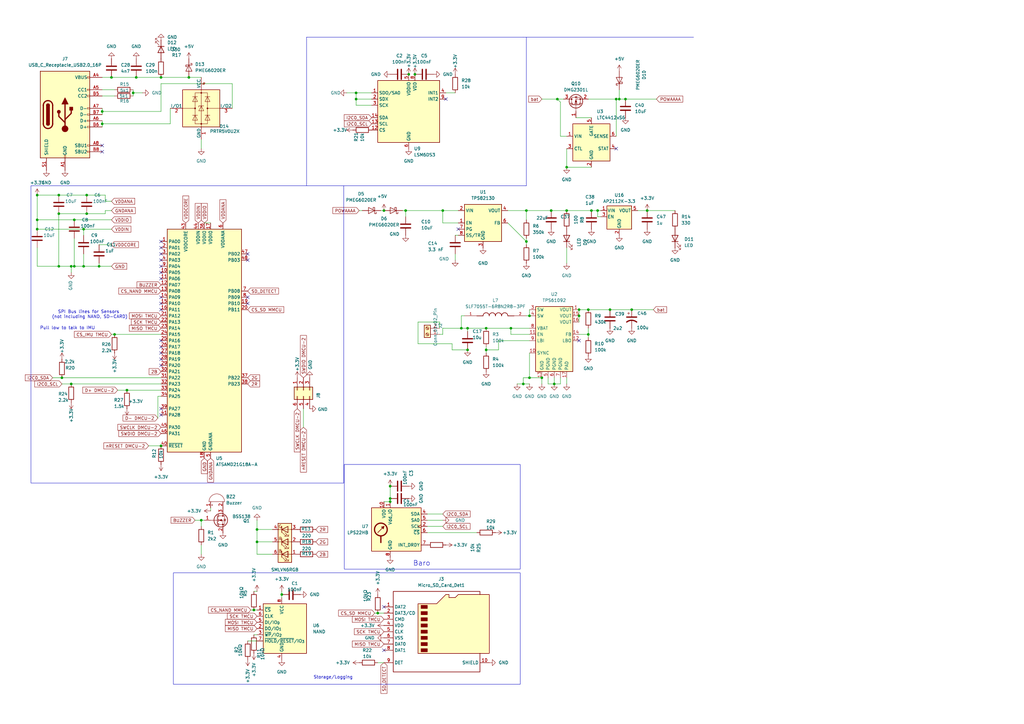
<source format=kicad_sch>
(kicad_sch (version 20250114) (generator "eeschema") (generator_version "9.0")
  (paper "A3")
  (rectangle (start 141.224 190.5) (end 213.36 233.426))
  (rectangle (start 12.7 76.2) (end 140.97 198.12))
  (rectangle (start 71.12 234.95) (end 213.36 280.67))
  (text "Storage/Logging" (at 136.652 277.876 0) (effects (font (size 1.27 1.27))))
  (text "Pull low to talk to IMU" (at 27.686 134.62 0) (effects (font (size 1.27 1.27))))
  (text "SPI Bus lines for Sensors \n(not including NAND, SD-CARD)" (at 36.83 129.032 0) (effects (font (size 1.27 1.27))))
  (text "Baro" (at 172.974 231.14 0) (effects (font (size 2.032 2.032))))
  (junction (at 52.07 160.02))
  (junction (at 46.99 137.16))
  (junction (at 29.21 157.48))
  (junction (at 34.29 109.22))
  (junction (at 24.13 87.63))
  (junction (at 160.02 199.39))
  (junction (at 170.18 30.48))
  (junction (at 41.91 45.72))
  (junction (at 160.02 205.74))
  (junction (at 191.77 143.51))
  (junction (at 215.9 99.06))
  (junction (at 41.91 50.8))
  (junction (at 146.05 38.1))
  (junction (at 40.64 109.22))
  (junction (at 199.39 143.51))
  (junction (at 227.33 157.48))
  (junction (at 209.55 134.62))
  (junction (at 154.94 251.46))
  (junction (at 252.73 40.64))
  (junction (at 232.41 68.58))
  (junction (at 232.41 86.36))
  (junction (at 24.13 80.01))
  (junction (at 15.24 90.17))
  (junction (at 167.64 30.48))
  (junction (at 29.21 109.22))
  (junction (at 146.05 40.64))
  (junction (at 217.17 129.54))
  (junction (at 191.77 134.62))
  (junction (at 237.49 127))
  (junction (at 15.24 93.98))
  (junction (at 254 40.64))
  (junction (at 105.41 222.25))
  (junction (at 226.06 86.36))
  (junction (at 24.13 109.22))
  (junction (at 222.25 154.94))
  (junction (at 35.56 80.01))
  (junction (at 25.4 154.94))
  (junction (at 54.61 38.1))
  (junction (at 104.14 250.19))
  (junction (at 77.47 31.75))
  (junction (at 259.08 127))
  (junction (at 189.23 134.62))
  (junction (at 66.04 31.75))
  (junction (at 237.49 129.54))
  (junction (at 166.37 86.36))
  (junction (at 30.48 90.17))
  (junction (at 115.57 243.84))
  (junction (at 30.48 109.22))
  (junction (at 241.3 127))
  (junction (at 181.61 86.36))
  (junction (at 34.29 93.98))
  (junction (at 242.57 86.36))
  (junction (at 265.43 86.36))
  (junction (at 241.3 137.16))
  (junction (at 45.72 31.75))
  (junction (at 199.39 134.62))
  (junction (at 256.54 40.64))
  (junction (at 157.48 86.36))
  (junction (at 82.55 213.36))
  (junction (at 15.24 80.01))
  (junction (at 35.56 87.63))
  (junction (at 250.19 127))
  (junction (at 55.88 31.75))
  (junction (at 215.9 86.36))
  (junction (at 217.17 154.94))
  (junction (at 160.02 204.47))
  (junction (at 245.11 86.36))
  (junction (at 228.6 40.64))
  (junction (at 105.41 217.17))
  (junction (at 214.63 157.48))
  (junction (at 66.04 182.88))
  (no_connect (at 101.6 124.46))
  (no_connect (at 66.04 109.22))
  (no_connect (at 66.04 149.86))
  (no_connect (at 182.88 40.64))
  (no_connect (at 66.04 142.24))
  (no_connect (at 66.04 101.6))
  (no_connect (at 66.04 124.46))
  (no_connect (at 41.91 59.69))
  (no_connect (at 157.48 266.7))
  (no_connect (at 157.48 248.92))
  (no_connect (at 237.49 139.7))
  (no_connect (at 66.04 114.3))
  (no_connect (at 101.6 121.92))
  (no_connect (at 66.04 127))
  (no_connect (at 66.04 147.32))
  (no_connect (at 252.73 60.96))
  (no_connect (at 66.04 111.76))
  (no_connect (at 41.91 62.23))
  (no_connect (at 101.6 106.68))
  (no_connect (at 66.04 121.92))
  (no_connect (at 66.04 144.78))
  (no_connect (at 66.04 170.18))
  (no_connect (at 101.6 104.14))
  (no_connect (at 66.04 99.06))
  (no_connect (at 66.04 167.64))
  (no_connect (at 66.04 106.68))
  (no_connect (at 66.04 139.7))
  (no_connect (at 66.04 104.14))
  (no_connect (at 187.96 93.98))
  (wire (pts (xy 115.57 242.57) (xy 115.57 243.84)))
  (wire (pts (xy 259.08 127) (xy 267.97 127)))
  (wire (pts (xy 261.62 86.36) (xy 265.43 86.36)))
  (wire (pts (xy 104.14 242.57) (xy 105.41 242.57)))
  (wire (pts (xy 54.61 38.1) (xy 54.61 39.37)))
  (wire (pts (xy 41.91 45.72) (xy 66.04 45.72)))
  (wire (pts (xy 215.9 90.17) (xy 215.9 86.36)))
  (wire (pts (xy 252.73 40.64) (xy 254 40.64)))
  (wire (pts (xy 34.29 93.98) (xy 45.72 93.98)))
  (wire (pts (xy 157.48 205.74) (xy 160.02 205.74)))
  (wire (pts (xy 217.17 127) (xy 217.17 129.54)))
  (wire (pts (xy 199.39 144.78) (xy 199.39 143.51)))
  (wire (pts (xy 185.42 143.51) (xy 191.77 143.51)))
  (wire (pts (xy 250.19 127) (xy 241.3 127)))
  (wire (pts (xy 224.79 154.94) (xy 224.79 157.48)))
  (wire (pts (xy 24.13 109.22) (xy 29.21 109.22)))
  (wire (pts (xy 66.04 34.29) (xy 95.25 34.29)))
  (wire (pts (xy 199.39 143.51) (xy 204.47 143.51)))
  (wire (pts (xy 21.59 154.94) (xy 25.4 154.94)))
  (wire (pts (xy 77.47 31.75) (xy 82.55 31.75)))
  (wire (pts (xy 105.41 213.36) (xy 105.41 217.17)))
  (wire (pts (xy 241.3 137.16) (xy 241.3 134.62)))
  (wire (pts (xy 15.24 80.01) (xy 15.24 90.17)))
  (wire (pts (xy 241.3 127) (xy 237.49 127)))
  (wire (pts (xy 46.99 137.16) (xy 66.04 137.16)))
  (wire (pts (xy 186.69 38.1) (xy 182.88 38.1)))
  (wire (pts (xy 181.61 210.82) (xy 175.26 210.82)))
  (wire (pts (xy 175.26 213.36) (xy 181.61 213.36)))
  (wire (pts (xy 101.6 262.89) (xy 105.41 262.89)))
  (wire (pts (xy 24.13 80.01) (xy 35.56 80.01)))
  (wire (pts (xy 209.55 134.62) (xy 209.55 137.16)))
  (wire (pts (xy 186.69 96.52) (xy 187.96 96.52)))
  (wire (pts (xy 29.21 157.48) (xy 66.04 157.48)))
  (wire (pts (xy 241.3 138.43) (xy 241.3 137.16)))
  (wire (pts (xy 153.67 251.46) (xy 154.94 251.46)))
  (wire (pts (xy 105.41 227.33) (xy 111.76 227.33)))
  (wire (pts (xy 86.36 208.28) (xy 86.36 209.55)))
  (wire (pts (xy 15.24 80.01) (xy 24.13 80.01)))
  (wire (pts (xy 228.6 40.64) (xy 231.14 40.64)))
  (wire (pts (xy 43.18 87.63) (xy 35.56 87.63)))
  (wire (pts (xy 232.41 68.58) (xy 232.41 60.96)))
  (wire (pts (xy 24.13 87.63) (xy 35.56 87.63)))
  (wire (pts (xy 191.77 134.62) (xy 199.39 134.62)))
  (wire (pts (xy 208.28 86.36) (xy 215.9 86.36)))
  (wire (pts (xy 43.18 80.01) (xy 35.56 80.01)))
  (wire (pts (xy 232.41 68.58) (xy 242.57 68.58)))
  (wire (pts (xy 154.94 271.78) (xy 157.48 271.78)))
  (wire (pts (xy 189.23 129.54) (xy 190.5 129.54)))
  (wire (pts (xy 209.55 137.16) (xy 217.17 137.16)))
  (wire (pts (xy 104.14 260.35) (xy 105.41 260.35)))
  (wire (pts (xy 204.47 139.7) (xy 204.47 143.51)))
  (wire (pts (xy 82.55 223.52) (xy 82.55 227.33)))
  (wire (pts (xy 104.14 250.19) (xy 105.41 250.19)))
  (wire (pts (xy 245.11 88.9) (xy 245.11 86.36)))
  (wire (pts (xy 232.41 157.48) (xy 232.41 154.94)))
  (wire (pts (xy 146.05 38.1) (xy 152.4 38.1)))
  (wire (pts (xy 146.05 43.18) (xy 152.4 43.18)))
  (wire (pts (xy 265.43 86.36) (xy 276.86 86.36)))
  (wire (pts (xy 142.24 38.1) (xy 146.05 38.1)))
  (wire (pts (xy 156.21 86.36) (xy 157.48 86.36)))
  (wire (pts (xy 171.45 132.08) (xy 180.34 132.08)))
  (wire (pts (xy 166.37 88.9) (xy 166.37 86.36)))
  (wire (pts (xy 30.48 90.17) (xy 45.72 90.17)))
  (wire (pts (xy 25.4 157.48) (xy 29.21 157.48)))
  (wire (pts (xy 236.22 48.26) (xy 242.57 48.26)))
  (wire (pts (xy 30.48 109.22) (xy 34.29 109.22)))
  (wire (pts (xy 41.91 44.45) (xy 41.91 45.72)))
  (wire (pts (xy 181.61 215.9) (xy 175.26 215.9)))
  (wire (pts (xy 29.21 111.76) (xy 29.21 109.22)))
  (wire (pts (xy 64.77 162.56) (xy 66.04 162.56)))
  (wire (pts (xy 105.41 217.17) (xy 105.41 222.25)))
  (wire (pts (xy 214.63 157.48) (xy 217.17 157.48)))
  (wire (pts (xy 41.91 31.75) (xy 45.72 31.75)))
  (wire (pts (xy 214.63 154.94) (xy 214.63 157.48)))
  (wire (pts (xy 15.24 101.6) (xy 15.24 109.22)))
  (wire (pts (xy 191.77 134.62) (xy 191.77 135.89)))
  (wire (pts (xy 152.4 40.64) (xy 146.05 40.64)))
  (wire (pts (xy 82.55 213.36) (xy 83.82 213.36)))
  (wire (pts (xy 199.39 143.51) (xy 199.39 142.24)))
  (wire (pts (xy 254 40.64) (xy 256.54 40.64)))
  (wire (pts (xy 82.55 57.15) (xy 82.55 60.96)))
  (polyline (pts (xy 214.63 15.24) (xy 284.48 15.24)))
  (wire (pts (xy 41.91 50.8) (xy 69.85 50.8)))
  (wire (pts (xy 215.9 100.33) (xy 215.9 99.06)))
  (wire (pts (xy 189.23 134.62) (xy 191.77 134.62)))
  (wire (pts (xy 111.76 222.25) (xy 105.41 222.25)))
  (wire (pts (xy 166.37 86.36) (xy 181.61 86.36)))
  (wire (pts (xy 185.42 140.97) (xy 185.42 143.51)))
  (wire (pts (xy 217.17 144.78) (xy 217.17 154.94)))
  (wire (pts (xy 208.28 91.44) (xy 215.9 99.06)))
  (wire (pts (xy 24.13 87.63) (xy 24.13 109.22)))
  (wire (pts (xy 222.25 157.48) (xy 222.25 154.94)))
  (wire (pts (xy 154.94 251.46) (xy 157.48 251.46)))
  (polyline (pts (xy 215.9 76.2) (xy 215.9 15.24)))
  (wire (pts (xy 15.24 90.17) (xy 30.48 90.17)))
  (wire (pts (xy 229.87 157.48) (xy 229.87 154.94)))
  (wire (pts (xy 41.91 50.8) (xy 41.91 52.07)))
  (wire (pts (xy 186.69 104.14) (xy 186.69 106.68)))
  (wire (pts (xy 64.77 171.45) (xy 64.77 162.56)))
  (wire (pts (xy 15.24 93.98) (xy 34.29 93.98)))
  (wire (pts (xy 45.72 31.75) (xy 55.88 31.75)))
  (wire (pts (xy 246.38 88.9) (xy 245.11 88.9)))
  (wire (pts (xy 54.61 38.1) (xy 58.42 38.1)))
  (wire (pts (xy 41.91 39.37) (xy 46.99 39.37)))
  (wire (pts (xy 25.4 154.94) (xy 66.04 154.94)))
  (wire (pts (xy 224.79 157.48) (xy 227.33 157.48)))
  (wire (pts (xy 215.9 129.54) (xy 217.17 129.54)))
  (wire (pts (xy 43.18 86.36) (xy 43.18 87.63)))
  (wire (pts (xy 171.45 132.08) (xy 171.45 140.97)))
  (wire (pts (xy 40.64 107.95) (xy 40.64 109.22)))
  (wire (pts (xy 215.9 97.79) (xy 215.9 99.06)))
  (wire (pts (xy 54.61 36.83) (xy 54.61 38.1)))
  (wire (pts (xy 45.72 137.16) (xy 46.99 137.16)))
  (wire (pts (xy 48.26 160.02) (xy 52.07 160.02)))
  (wire (pts (xy 256.54 40.64) (xy 269.24 40.64)))
  (wire (pts (xy 245.11 86.36) (xy 246.38 86.36)))
  (polyline (pts (xy 125.73 15.24) (xy 214.63 15.24)))
  (wire (pts (xy 34.29 96.52) (xy 34.29 93.98)))
  (wire (pts (xy 215.9 86.36) (xy 226.06 86.36)))
  (wire (pts (xy 80.01 213.36) (xy 82.55 213.36)))
  (wire (pts (xy 146.05 38.1) (xy 146.05 40.64)))
  (wire (pts (xy 259.08 127) (xy 250.19 127)))
  (wire (pts (xy 227.33 154.94) (xy 227.33 157.48)))
  (wire (pts (xy 181.61 134.62) (xy 189.23 134.62)))
  (wire (pts (xy 15.24 90.17) (xy 15.24 93.98)))
  (wire (pts (xy 124.46 167.64) (xy 124.46 175.26)))
  (wire (pts (xy 189.23 129.54) (xy 189.23 134.62)))
  (wire (pts (xy 181.61 91.44) (xy 181.61 86.36)))
  (wire (pts (xy 34.29 104.14) (xy 34.29 109.22)))
  (wire (pts (xy 66.04 31.75) (xy 77.47 31.75)))
  (wire (pts (xy 227.33 157.48) (xy 229.87 157.48)))
  (wire (pts (xy 45.72 86.36) (xy 43.18 86.36)))
  (wire (pts (xy 237.49 129.54) (xy 237.49 132.08)))
  (wire (pts (xy 241.3 40.64) (xy 252.73 40.64)))
  (wire (pts (xy 41.91 45.72) (xy 41.91 46.99)))
  (wire (pts (xy 40.64 100.33) (xy 45.72 100.33)))
  (wire (pts (xy 60.96 182.88) (xy 66.04 182.88)))
  (wire (pts (xy 187.96 91.44) (xy 181.61 91.44)))
  (wire (pts (xy 41.91 49.53) (xy 41.91 50.8)))
  (wire (pts (xy 232.41 101.6) (xy 232.41 107.95)))
  (wire (pts (xy 115.57 243.84) (xy 115.57 245.11)))
  (wire (pts (xy 252.73 40.64) (xy 252.73 55.88)))
  (wire (pts (xy 102.87 250.19) (xy 104.14 250.19)))
  (wire (pts (xy 242.57 86.36) (xy 245.11 86.36)))
  (wire (pts (xy 30.48 97.79) (xy 30.48 109.22)))
  (wire (pts (xy 34.29 109.22) (xy 40.64 109.22)))
  (wire (pts (xy 254 36.83) (xy 254 40.64)))
  (wire (pts (xy 229.87 55.88) (xy 229.87 41.91)))
  (wire (pts (xy 222.25 40.64) (xy 228.6 40.64)))
  (wire (pts (xy 43.18 82.55) (xy 43.18 80.01)))
  (wire (pts (xy 83.82 91.44) (xy 86.36 91.44)))
  (wire (pts (xy 181.61 137.16) (xy 180.34 137.16)))
  (wire (pts (xy 181.61 134.62) (xy 181.61 137.16)))
  (wire (pts (xy 181.61 86.36) (xy 187.96 86.36)))
  (wire (pts (xy 52.07 160.02) (xy 66.04 160.02)))
  (polyline (pts (xy 125.73 76.2) (xy 125.73 15.24)))
  (wire (pts (xy 69.85 50.8) (xy 69.85 44.45)))
  (wire (pts (xy 165.1 86.36) (xy 166.37 86.36)))
  (wire (pts (xy 82.55 213.36) (xy 82.55 215.9)))
  (wire (pts (xy 209.55 134.62) (xy 217.17 134.62)))
  (wire (pts (xy 237.49 137.16) (xy 241.3 137.16)))
  (wire (pts (xy 148.59 86.36) (xy 147.32 86.36)))
  (wire (pts (xy 171.45 140.97) (xy 185.42 140.97)))
  (wire (pts (xy 146.05 40.64) (xy 146.05 43.18)))
  (wire (pts (xy 41.91 36.83) (xy 46.99 36.83)))
  (wire (pts (xy 45.72 82.55) (xy 43.18 82.55)))
  (wire (pts (xy 229.87 55.88) (xy 232.41 55.88)))
  (wire (pts (xy 29.21 109.22) (xy 30.48 109.22)))
  (wire (pts (xy 66.04 45.72) (xy 66.04 34.29)))
  (wire (pts (xy 195.58 218.44) (xy 175.26 218.44)))
  (wire (pts (xy 226.06 86.36) (xy 232.41 86.36)))
  (wire (pts (xy 95.25 34.29) (xy 95.25 44.45)))
  (wire (pts (xy 40.64 109.22) (xy 45.72 109.22)))
  (wire (pts (xy 217.17 139.7) (xy 204.47 139.7)))
  (wire (pts (xy 180.34 132.08) (xy 180.34 134.62)))
  (wire (pts (xy 229.87 41.91) (xy 228.6 40.64)))
  (wire (pts (xy 199.39 134.62) (xy 209.55 134.62)))
  (wire (pts (xy 232.41 86.36) (xy 242.57 86.36)))
  (polyline (pts (xy 140.97 76.2) (xy 215.9 76.2)))
  (wire (pts (xy 15.24 109.22) (xy 24.13 109.22)))
  (wire (pts (xy 214.63 154.94) (xy 217.17 154.94)))
  (wire (pts (xy 160.02 204.47) (xy 160.02 205.74)))
  (wire (pts (xy 217.17 154.94) (xy 222.25 154.94)))
  (wire (pts (xy 105.41 222.25) (xy 105.41 227.33)))
  (wire (pts (xy 55.88 31.75) (xy 66.04 31.75)))
  (wire (pts (xy 111.76 217.17) (xy 105.41 217.17)))
  (wire (pts (xy 160.02 199.39) (xy 160.02 204.47)))
  (wire (pts (xy 212.09 157.48) (xy 214.63 157.48)))
  (wire (pts (xy 237.49 127) (xy 237.49 129.54)))
  (global_label "bat" (shape input) (at 267.97 127 0) (property "Intersheetrefs" "${INTERSHEET_REFS}" (effects (hide yes))))
  (global_label "SCK TMCU" (shape input) (at 157.48 259.08 180) (property "Intersheetrefs" "${INTERSHEET_REFS}" (effects (hide yes))))
  (global_label "SCK TMCU" (shape input) (at 66.04 132.08 180) (property "Intersheetrefs" "${INTERSHEET_REFS}" (effects (hide yes))))
  (global_label "SWCLK DMCU-2" (shape input) (at 121.92 167.64 270) (property "Intersheetrefs" "${INTERSHEET_REFS}" (effects (hide yes))))
  (global_label "SWDIO DMCU-2" (shape input) (at 66.04 177.8 180) (property "Intersheetrefs" "${INTERSHEET_REFS}" (effects (hide yes))))
  (global_label "CS_IMU TMCU" (shape input) (at 45.72 137.16 180) (property "Intersheetrefs" "${INTERSHEET_REFS}" (effects (hide yes))))
  (global_label "VDDCORE" (shape input) (at 45.72 100.33 0) (property "Intersheetrefs" "${INTERSHEET_REFS}" (effects (hide yes))))
  (global_label "SD_DETECT" (shape input) (at 157.48 271.78 270) (property "Intersheetrefs" "${INTERSHEET_REFS}" (effects (hide yes))))
  (global_label "VDDCORE" (shape input) (at 76.2 91.44 90) (property "Intersheetrefs" "${INTERSHEET_REFS}" (effects (hide yes))))
  (global_label "BUZZER" (shape input) (at 66.04 116.84 180) (property "Intersheetrefs" "${INTERSHEET_REFS}" (effects (hide yes))))
  (global_label "2B" (shape input) (at 129.54 227.33 0) (property "Intersheetrefs" "${INTERSHEET_REFS}" (effects (hide yes))))
  (global_label "D- DMCU-2" (shape input) (at 64.77 171.45 180) (property "Intersheetrefs" "${INTERSHEET_REFS}" (effects (hide yes))))
  (global_label "MOSI TMCU" (shape input) (at 157.48 254 180) (property "Intersheetrefs" "${INTERSHEET_REFS}" (effects (hide yes))))
  (global_label "CS_NAND MMCU" (shape input) (at 66.04 119.38 180) (property "Intersheetrefs" "${INTERSHEET_REFS}" (effects (hide yes))))
  (global_label "2B" (shape input) (at 66.04 152.4 180) (property "Intersheetrefs" "${INTERSHEET_REFS}" (effects (hide yes))))
  (global_label "2G" (shape input) (at 101.6 154.94 0) (property "Intersheetrefs" "${INTERSHEET_REFS}" (effects (hide yes))))
  (global_label "MISO TMCU" (shape input) (at 66.04 134.62 180) (property "Intersheetrefs" "${INTERSHEET_REFS}" (effects (hide yes))))
  (global_label "MOSI TMCU" (shape input) (at 105.41 255.27 180) (property "Intersheetrefs" "${INTERSHEET_REFS}" (effects (hide yes))))
  (global_label "SWDIO DMCU-2" (shape input) (at 124.46 154.94 90) (property "Intersheetrefs" "${INTERSHEET_REFS}" (effects (hide yes))))
  (global_label "VDDIN" (shape input) (at 81.28 91.44 90) (property "Intersheetrefs" "${INTERSHEET_REFS}" (effects (hide yes))))
  (global_label "SCK TMCU" (shape input) (at 105.41 252.73 180) (property "Intersheetrefs" "${INTERSHEET_REFS}" (effects (hide yes))))
  (global_label "GND" (shape input) (at 45.72 109.22 0) (property "Intersheetrefs" "${INTERSHEET_REFS}" (effects (hide yes))))
  (global_label "CS_SD MMCU" (shape input) (at 153.67 251.46 180) (property "Intersheetrefs" "${INTERSHEET_REFS}" (effects (hide yes))))
  (global_label "2R" (shape input) (at 101.6 157.48 0) (property "Intersheetrefs" "${INTERSHEET_REFS}" (effects (hide yes))))
  (global_label "nRESET DMCU-2" (shape input) (at 124.46 175.26 270) (property "Intersheetrefs" "${INTERSHEET_REFS}" (effects (hide yes))))
  (global_label "SWCLK DMCU-2" (shape input) (at 66.04 175.26 180) (property "Intersheetrefs" "${INTERSHEET_REFS}" (effects (hide yes))))
  (global_label "2G" (shape input) (at 129.54 222.25 0) (property "Intersheetrefs" "${INTERSHEET_REFS}" (effects (hide yes))))
  (global_label "I2C0_SCL" (shape input) (at 25.4 157.48 180) (property "Intersheetrefs" "${INTERSHEET_REFS}" (effects (hide yes))))
  (global_label "MOSI TMCU" (shape input) (at 66.04 129.54 180) (property "Intersheetrefs" "${INTERSHEET_REFS}" (effects (hide yes))))
  (global_label "GNDANA" (shape input) (at 86.36 187.96 270) (property "Intersheetrefs" "${INTERSHEET_REFS}" (effects (hide yes))))
  (global_label "MISO TMCU" (shape input) (at 157.48 264.16 180) (property "Intersheetrefs" "${INTERSHEET_REFS}" (effects (hide yes))))
  (global_label "VDDIO" (shape input) (at 83.82 91.44 90) (property "Intersheetrefs" "${INTERSHEET_REFS}" (effects (hide yes))))
  (global_label "CS_SD MMCU" (shape input) (at 101.6 127 0) (property "Intersheetrefs" "${INTERSHEET_REFS}" (effects (hide yes))))
  (global_label "bat" (shape input) (at 222.25 40.64 180) (property "Intersheetrefs" "${INTERSHEET_REFS}" (effects (hide yes))))
  (global_label "I2C0_SDA" (shape input) (at 181.61 210.82 0) (property "Intersheetrefs" "${INTERSHEET_REFS}" (effects (hide yes))))
  (global_label "I2C0_SCL" (shape input) (at 152.4 50.8 180) (property "Intersheetrefs" "${INTERSHEET_REFS}" (effects (hide yes))))
  (global_label "VDDIO" (shape input) (at 45.72 90.17 0) (property "Intersheetrefs" "${INTERSHEET_REFS}" (effects (hide yes))))
  (global_label "VDDANA" (shape input) (at 91.44 91.44 90) (property "Intersheetrefs" "${INTERSHEET_REFS}" (effects (hide yes))))
  (global_label "GNDANA" (shape input) (at 45.72 86.36 0) (property "Intersheetrefs" "${INTERSHEET_REFS}" (effects (hide yes))))
  (global_label "I2C0_SDA" (shape input) (at 152.4 48.26 180) (property "Intersheetrefs" "${INTERSHEET_REFS}" (effects (hide yes))))
  (global_label "2R" (shape input) (at 129.54 217.17 0) (property "Intersheetrefs" "${INTERSHEET_REFS}" (effects (hide yes))))
  (global_label "GND" (shape input) (at 83.82 187.96 270) (property "Intersheetrefs" "${INTERSHEET_REFS}" (effects (hide yes))))
  (global_label "nRESET DMCU-2" (shape input) (at 60.96 182.88 180) (property "Intersheetrefs" "${INTERSHEET_REFS}" (effects (hide yes))))
  (global_label "POWAAAA" (shape input) (at 147.32 86.36 180) (property "Intersheetrefs" "${INTERSHEET_REFS}" (effects (hide yes))))
  (global_label "BUZZER" (shape input) (at 80.01 213.36 180) (property "Intersheetrefs" "${INTERSHEET_REFS}" (effects (hide yes))))
  (global_label "SD_DETECT" (shape input) (at 101.6 119.38 0) (property "Intersheetrefs" "${INTERSHEET_REFS}" (effects (hide yes))))
  (global_label "I2C0_SDA" (shape input) (at 21.59 154.94 180) (property "Intersheetrefs" "${INTERSHEET_REFS}" (effects (hide yes))))
  (global_label "MISO TMCU" (shape input) (at 105.41 257.81 180) (property "Intersheetrefs" "${INTERSHEET_REFS}" (effects (hide yes))))
  (global_label "VDDIN" (shape input) (at 45.72 93.98 0) (property "Intersheetrefs" "${INTERSHEET_REFS}" (effects (hide yes))))
  (global_label "CS_NAND MMCU" (shape input) (at 102.87 250.19 180) (property "Intersheetrefs" "${INTERSHEET_REFS}" (effects (hide yes))))
  (global_label "VDDANA" (shape input) (at 45.72 82.55 0) (property "Intersheetrefs" "${INTERSHEET_REFS}" (effects (hide yes))))
  (global_label "D+ DMCU-2" (shape input) (at 48.26 160.02 180) (property "Intersheetrefs" "${INTERSHEET_REFS}" (effects (hide yes))))
  (global_label "I2C0_SCL" (shape input) (at 181.61 215.9 0) (property "Intersheetrefs" "${INTERSHEET_REFS}" (effects (hide yes))))
  (global_label "POWAAAA" (shape input) (at 269.24 40.64 0) (property "Intersheetrefs" "${INTERSHEET_REFS}" (effects (hide yes))))
  (symbol (lib_id "power:GND") (at 256.54 48.26 0) (unit 1)
    (property "Reference" "#PWR049" (effects (hide yes)))
    (property "Value" "GND" (at 256.54 53.34 0))
    (property "Description" "Power symbol creates a global label with name \"GND\" , ground" (effects (hide yes)))
  )
  (symbol (lib_id "power:+5V") (at 157.48 86.36 0) (unit 1)
    (property "Reference" "#PWR08" (effects (hide yes)))
    (property "Value" "+5V" (at 156.718 80.518 0))
    (property "Description" "Power symbol creates a global label with name \"+5V\"" (effects (hide yes)))
  )
  (symbol (lib_id "power:GND") (at 181.61 213.36 90) (unit 1)
    (property "Reference" "#PWR062" (effects (hide yes)))
    (property "Value" "GND" (at 186.69 213.3599 90) (effects (justify right)))
    (property "Description" "Power symbol creates a global label with name \"GND\" , ground" (effects (hide yes)))
  )
  (symbol (lib_id "power:GND") (at 177.8 30.48 90) (unit 1)
    (property "Reference" "#PWR061" (effects (hide yes)))
    (property "Value" "GND" (at 181.61 30.4799 90) (effects (justify right)))
    (property "Description" "Power symbol creates a global label with name \"GND\" , ground" (effects (hide yes)))
  )
  (symbol (lib_id "power:+3.3V") (at 147.32 271.78 90) (unit 1)
    (property "Reference" "#PWR021" (effects (hide yes)))
    (property "Value" "+3.3V" (at 143.51 271.7799 90) (effects (justify left)))
    (property "Description" "Power symbol creates a global label with name \"+3.3V\"" (effects (hide yes)))
  )
  (symbol (lib_id "power:+3.3V") (at 186.69 30.48 0) (unit 1)
    (property "Reference" "#PWR071" (effects (hide yes)))
    (property "Value" "+3.3V" (at 186.69 25.146 90))
    (property "Description" "Power symbol creates a global label with name \"+3.3V\"" (effects (hide yes)))
  )
  (symbol (lib_id "Device:LED") (at 232.41 97.79 90) (unit 1)
    (property "Reference" "D9" (at 240.03 99.3775 0))
    (property "Value" "LED" (at 237.49 99.3775 0))
    (property "Footprint" "LED_SMD:LED_0603_1608Metric" (effects (hide yes)))
    (property "Description" "Light emitting diode" (effects (hide yes)))
    (property "Sim.Pins" "1=K 2=A" (effects (hide yes)))
  )
  (symbol (lib_id "Device:R") (at 179.07 223.52 270) (unit 1)
    (property "Reference" "R25" (at 196.342 222.758 0) (effects (justify left)))
    (property "Value" "10k" (at 193.802 222.758 0) (effects (justify left)))
    (property "Footprint" "Resistor_SMD:R_0603_1608Metric" (effects (hide yes)))
    (property "Description" "Resistor" (effects (hide yes)))
  )
  (symbol (lib_id "Device:C") (at 242.57 90.17 0) (unit 1)
    (property "Reference" "C38" (at 240.03 80.772 0) (effects (justify left)))
    (property "Value" "1uF" (at 240.03 83.312 0) (effects (justify left)))
    (property "Footprint" "Capacitor_SMD:C_0603_1608Metric" (effects (hide yes)))
    (property "Description" "Unpolarized capacitor" (effects (hide yes)))
  )
  (symbol (lib_id "power:GND") (at 232.41 107.95 0) (unit 1)
    (property "Reference" "#PWR032" (effects (hide yes)))
    (property "Value" "GND" (at 232.41 113.03 0))
    (property "Description" "Power symbol creates a global label with name \"GND\" , ground" (effects (hide yes)))
  )
  (symbol (lib_id "power:GND") (at 115.57 270.51 0) (unit 1)
    (property "Reference" "#PWR019" (effects (hide yes)))
    (property "Value" "GND" (at 115.57 275.59 0))
    (property "Description" "Power symbol creates a global label with name \"GND\" , ground" (effects (hide yes)))
  )
  (symbol (lib_id "Device:R") (at 199.39 148.59 0) (unit 1)
    (property "Reference" "R4" (at 201.93 147.3199 0) (effects (justify left)))
    (property "Value" "100k" (at 201.93 149.8599 0) (effects (justify left)))
    (property "Footprint" "Resistor_SMD:R_0603_1608Metric" (effects (hide yes)))
    (property "Description" "Resistor" (effects (hide yes)))
  )
  (symbol (lib_id "power:+3.3V") (at 203.2 218.44 270) (unit 1)
    (property "Reference" "#PWR072" (effects (hide yes)))
    (property "Value" "+3.3V" (at 209.042 218.44 90))
    (property "Description" "Power symbol creates a global label with name \"+3.3V\"" (effects (hide yes)))
  )
  (symbol (lib_id "Device:C") (at 166.37 92.71 0) (unit 1)
    (property "Reference" "C10" (at 172.72 90.932 0) (effects (justify left)))
    (property "Value" "10uF" (at 172.72 93.472 0) (effects (justify left)))
    (property "Footprint" "Capacitor_SMD:C_0603_1608Metric" (effects (hide yes)))
    (property "Description" "Unpolarized capacitor" (effects (hide yes)))
  )
  (symbol (lib_id "Transistor_FET:DMG2301L") (at 236.22 43.18 90) (unit 1)
    (property "Reference" "Q10" (at 236.22 34.29 90))
    (property "Value" "DMG2301L" (at 236.22 36.83 90))
    (property "Footprint" "Package_TO_SOT_SMD:SOT-23" (effects (hide yes)))
    (property "Datasheet" "https://www.diodes.com/assets/Datasheets/DMG2301L.pdf" (effects (hide yes)))
    (property "Description" "-3A Id, -20V Vds, P-Channel MOSFET, SOT-23" (effects (hide yes)))
  )
  (symbol (lib_id "Device:C") (at 45.72 27.94 0) (unit 1)
    (property "Reference" "C28" (at 49.53 26.6699 0) (effects (justify left)))
    (property "Value" "4n7" (at 49.53 29.2099 0) (effects (justify left)))
    (property "Footprint" "Capacitor_SMD:C_0603_1608Metric" (effects (hide yes)))
    (property "Description" "Unpolarized capacitor" (effects (hide yes)))
  )
  (symbol (lib_id "Device:R") (at 101.6 266.7 180) (unit 1)
    (property "Reference" "R2" (at 97.028 266.446 90))
    (property "Value" "10kΩ" (at 98.552 266.7 90))
    (property "Footprint" "Resistor_SMD:R_0603_1608Metric" (effects (hide yes)))
    (property "Description" "Resistor" (effects (hide yes)))
  )
  (symbol (lib_id "Connector_Generic:Conn_02x03_Counter_Clockwise") (at 124.46 160.02 90) (mirror x) (unit 1)
    (property "Reference" "J8" (at 130.556 161.036 0) (effects (justify left)))
    (property "Value" "Conn_02x03_Counter_Clockwise" (effects (hide yes)))
    (property "Footprint" "Connector_PinHeader_2.54mm:PinHeader_2x03_P2.54mm_Vertical" (effects (hide yes)))
    (property "Description" "Generic connector, double row, 02x03, counter clockwise pin numbering scheme (similar to DIP package numbering), script generated (kicad-library-utils/schlib/autogen/connector/)" (effects (hide yes)))
  )
  (symbol (lib_id "MCU_Microchip_SAMD:ATSAMD21G18A-A") (at 83.82 139.7 0) (unit 1)
    (property "Reference" "U5" (at 88.5033 187.96 0) (effects (justify left)))
    (property "Value" "ATSAMD21G18A-A" (at 88.5033 190.5 0) (effects (justify left)))
    (property "Footprint" "Package_QFP:TQFP-48_7x7mm_P0.5mm" (effects (hide yes)))
    (property "Datasheet" "http://ww1.microchip.com/downloads/en/DeviceDoc/SAM_D21_DA1_Family_Data%20Sheet_DS40001882E.pdf" (effects (hide yes)))
    (property "Description" "SAM D21 Microchip SMART ARM-based Flash MCU, 48Mhz, 256K Flash, 32K SRAM, TQFP-48" (effects (hide yes)))
  )
  (symbol (lib_id "Device:C") (at 256.54 44.45 0) (unit 1)
    (property "Reference" "C40" (at 260.35 43.1799 0) (effects (justify left)))
    (property "Value" "10uF" (at 260.35 45.7199 0) (effects (justify left)))
    (property "Footprint" "Capacitor_SMD:C_0603_1608Metric" (effects (hide yes)))
    (property "Description" "Unpolarized capacitor" (effects (hide yes)))
  )
  (symbol (lib_id "power:+3.3V") (at 121.92 154.94 0) (mirror y) (unit 1)
    (property "Reference" "#PWR0211" (effects (hide yes)))
    (property "Value" "+3.3V" (at 121.92 149.352 90))
    (property "Description" "Power symbol creates a global label with name \"+3.3V\"" (effects (hide yes)))
  )
  (symbol (lib_id "power:+3.3V") (at 46.99 144.78 180) (unit 1)
    (property "Reference" "#PWR095" (effects (hide yes)))
    (property "Value" "+3.3V" (at 46.99 150.114 90))
    (property "Description" "Power symbol creates a global label with name \"+3.3V\"" (effects (hide yes)))
  )
  (symbol (lib_id "Device:C") (at 186.69 100.33 0) (unit 1)
    (property "Reference" "C14" (at 175.514 99.822 0) (effects (justify left)))
    (property "Value" "3.3 nF" (at 175.514 102.362 0) (effects (justify left)))
    (property "Footprint" "Capacitor_SMD:C_0603_1608Metric" (effects (hide yes)))
    (property "Description" "Unpolarized capacitor" (effects (hide yes)))
  )
  (symbol (lib_id "power:GND") (at 105.41 213.36 180) (unit 1)
    (property "Reference" "#PWR017" (effects (hide yes)))
    (property "Value" "GND" (at 105.41 208.28 0))
    (property "Description" "Power symbol creates a global label with name \"GND\" , ground" (effects (hide yes)))
  )
  (symbol (lib_id "power:+3.3V") (at 104.14 267.97 180) (unit 1)
    (property "Reference" "#PWR015" (effects (hide yes)))
    (property "Value" "+3.3V" (at 104.1399 271.78 90) (effects (justify left)))
    (property "Description" "Power symbol creates a global label with name \"+3.3V\"" (effects (hide yes)))
  )
  (symbol (lib_id "power:GND") (at 217.17 157.48 0) (unit 1)
    (property "Reference" "#PWR027" (effects (hide yes)))
    (property "Value" "GND" (at 217.17 162.56 0))
    (property "Description" "Power symbol creates a global label with name \"GND\" , ground" (effects (hide yes)))
  )
  (symbol (lib_id "power:GND") (at 127 167.64 90) (unit 1)
    (property "Reference" "#PWR024" (effects (hide yes)))
    (property "Value" "GND" (at 130.302 167.894 90) (effects (justify right)))
    (property "Description" "Power symbol creates a global label with name \"GND\" , ground" (effects (hide yes)))
  )
  (symbol (lib_id "power:GND") (at 212.09 157.48 0) (unit 1)
    (property "Reference" "#PWR025" (effects (hide yes)))
    (property "Value" "GND" (at 212.09 162.56 0))
    (property "Description" "Power symbol creates a global label with name \"GND\" , ground" (effects (hide yes)))
  )
  (symbol (lib_id "Device:R") (at 125.73 227.33 270) (unit 1)
    (property "Reference" "R19" (at 125.73 227.076 90))
    (property "Value" "220" (at 125.73 225.044 90))
    (property "Footprint" "Resistor_SMD:R_0603_1608Metric" (effects (hide yes)))
    (property "Description" "Resistor" (effects (hide yes)))
  )
  (symbol (lib_id "power:GND") (at 222.25 157.48 0) (unit 1)
    (property "Reference" "#PWR028" (effects (hide yes)))
    (property "Value" "GND" (at 222.25 162.56 0))
    (property "Description" "Power symbol creates a global label with name \"GND\" , ground" (effects (hide yes)))
  )
  (symbol (lib_id "Device:R") (at 104.14 264.16 180) (unit 1)
    (property "Reference" "R11" (at 106.172 267.97 90))
    (property "Value" "10kΩ" (at 107.696 268.224 90))
    (property "Footprint" "Resistor_SMD:R_0603_1608Metric" (effects (hide yes)))
    (property "Description" "Resistor" (effects (hide yes)))
  )
  (symbol (lib_id "Device:LED") (at 66.04 20.32 270) (unit 1)
    (property "Reference" "D12" (at 68.58 17.4624 90) (effects (justify left)))
    (property "Value" "LED" (at 68.58 20.0024 90) (effects (justify left)))
    (property "Footprint" "LED_SMD:LED_0603_1608Metric" (effects (hide yes)))
    (property "Description" "Light emitting diode" (effects (hide yes)))
    (property "Sim.Pins" "1=K 2=A" (effects (hide yes)))
  )
  (symbol (lib_id "power:GND") (at 82.55 60.96 0) (unit 1)
    (property "Reference" "#PWR040" (effects (hide yes)))
    (property "Value" "GND" (at 82.55 66.04 0))
    (property "Description" "Power symbol creates a global label with name \"GND\" , ground" (effects (hide yes)))
  )
  (symbol (lib_id "Device:C") (at 34.29 100.33 0) (unit 1)
    (property "Reference" "C9" (at 37.338 96.52 0) (effects (justify left)))
    (property "Value" "100nF" (at 36.83 99.06 0) (effects (justify left)))
    (property "Footprint" "Capacitor_SMD:C_0603_1608Metric" (effects (hide yes)))
    (property "Description" "Unpolarized capacitor" (effects (hide yes)))
  )
  (symbol (lib_id "power:GND") (at 215.9 107.95 0) (unit 1)
    (property "Reference" "#PWR026" (effects (hide yes)))
    (property "Value" "GND" (at 215.9 113.03 0))
    (property "Description" "Power symbol creates a global label with name \"GND\" , ground" (effects (hide yes)))
  )
  (symbol (lib_id "Device:R") (at 154.94 247.65 0) (unit 1)
    (property "Reference" "R23" (at 151.384 244.602 90))
    (property "Value" "10kΩ" (at 149.86 244.348 90))
    (property "Footprint" "Resistor_SMD:R_0603_1608Metric" (effects (hide yes)))
    (property "Description" "Resistor" (effects (hide yes)))
  )
  (symbol (lib_id "power:+3.3V") (at 157.48 256.54 90) (unit 1)
    (property "Reference" "#PWR042" (effects (hide yes)))
    (property "Value" "+3.3V" (at 153.67 256.5399 90) (effects (justify left)))
    (property "Description" "Power symbol creates a global label with name \"+3.3V\"" (effects (hide yes)))
  )
  (symbol (lib_id "power:GND") (at 91.44 218.44 0) (unit 1)
    (property "Reference" "#PWR04" (effects (hide yes)))
    (property "Value" "GND" (at 91.44 223.52 0))
    (property "Description" "Power symbol creates a global label with name \"GND\" , ground" (effects (hide yes)))
  )
  (symbol (lib_id "power:GND") (at 191.77 143.51 0) (unit 1)
    (property "Reference" "#PWR013" (effects (hide yes)))
    (property "Value" "GND" (at 191.77 148.59 0))
    (property "Description" "Power symbol creates a global label with name \"GND\" , ground" (effects (hide yes)))
  )
  (symbol (lib_id "Device:R") (at 104.14 246.38 0) (unit 1)
    (property "Reference" "R5" (at 100.584 243.332 90))
    (property "Value" "10kΩ" (at 99.06 243.078 90))
    (property "Footprint" "Resistor_SMD:R_0603_1608Metric" (effects (hide yes)))
    (property "Description" "Resistor" (effects (hide yes)))
  )
  (symbol (lib_id "power:GND") (at 58.42 38.1 90) (unit 1)
    (property "Reference" "#PWR037" (effects (hide yes)))
    (property "Value" "GND" (at 62.23 38.0999 90) (effects (justify right)))
    (property "Description" "Power symbol creates a global label with name \"GND\" , ground" (effects (hide yes)))
  )
  (symbol (lib_id "power:+3.3V") (at 86.36 209.55 90) (unit 1)
    (property "Reference" "#PWR03" (effects (hide yes)))
    (property "Value" "+3.3V" (at 82.55 209.5499 90) (effects (justify left)))
    (property "Description" "Power symbol creates a global label with name \"+3.3V\"" (effects (hide yes)))
  )
  (symbol (lib_id "power:GND") (at 167.64 60.96 0) (unit 1)
    (property "Reference" "#PWR057" (effects (hide yes)))
    (property "Value" "GND" (at 167.64 66.04 0))
    (property "Description" "Power symbol creates a global label with name \"GND\" , ground" (effects (hide yes)))
  )
  (symbol (lib_id "power:GND") (at 19.05 69.85 0) (unit 1)
    (property "Reference" "#PWR01" (effects (hide yes)))
    (property "Value" "GND" (at 19.05 74.93 0))
    (property "Description" "Power symbol creates a global label with name \"GND\" , ground" (effects (hide yes)))
  )
  (symbol (lib_id "power:GND") (at 276.86 101.6 0) (unit 1)
    (property "Reference" "#PWR053" (effects (hide yes)))
    (property "Value" "GND" (at 276.86 106.68 0))
    (property "Description" "Power symbol creates a global label with name \"GND\" , ground" (effects (hide yes)))
  )
  (symbol (lib_id "power:GND") (at 82.55 227.33 0) (unit 1)
    (property "Reference" "#PWR02" (effects (hide yes)))
    (property "Value" "GND" (at 82.55 232.41 0))
    (property "Description" "Power symbol creates a global label with name \"GND\" , ground" (effects (hide yes)))
  )
  (symbol (lib_id "Connector:Micro_SD_Card_Det1") (at 180.34 259.08 0) (unit 1)
    (property "Reference" "J3" (at 180.975 237.49 0))
    (property "Value" "Micro_SD_Card_Det1" (at 180.975 240.03 0))
    (property "Footprint" "Connector_Card:microSD_HC_Hirose_DM3D-SF" (effects (hide yes)))
    (property "Datasheet" "https://datasheet.lcsc.com/lcsc/2110151630_XKB-Connectivity-XKTF-015-N_C381082.pdf" (effects (hide yes)))
    (property "Description" "Micro SD Card Socket with one card detection pin" (effects (hide yes)))
  )
  (symbol (lib_id "Device:C") (at 40.64 104.14 0) (unit 1)
    (property "Reference" "C11" (at 43.688 100.33 0) (effects (justify left)))
    (property "Value" "1uF" (at 43.18 102.87 0) (effects (justify left)))
    (property "Footprint" "Capacitor_SMD:C_0603_1608Metric" (effects (hide yes)))
    (property "Description" "Unpolarized capacitor" (effects (hide yes)))
  )
  (symbol (lib_id "Device:R") (at 52.07 163.83 0) (unit 1)
    (property "Reference" "R27" (at 46.736 164.084 0) (effects (justify left)))
    (property "Value" "1.5k" (at 46.736 166.624 0) (effects (justify left)))
    (property "Footprint" "Resistor_SMD:R_0603_1608Metric" (effects (hide yes)))
    (property "Description" "Resistor" (effects (hide yes)))
  )
  (symbol (lib_id "Device:R") (at 276.86 90.17 0) (unit 1)
    (property "Reference" "R14" (at 279.4 88.8999 0) (effects (justify left)))
    (property "Value" "330" (at 279.4 91.4399 0) (effects (justify left)))
    (property "Footprint" "Resistor_SMD:R_0603_1608Metric" (effects (hide yes)))
    (property "Description" "Resistor" (effects (hide yes)))
  )
  (symbol (lib_id "power:+3.3V") (at 66.04 190.5 180) (unit 1)
    (property "Reference" "#PWR022" (effects (hide yes)))
    (property "Value" "+3.3V" (at 66.04 195.58 0))
    (property "Description" "Power symbol creates a global label with name \"+3.3V\"" (effects (hide yes)))
  )
  (symbol (lib_id "Memory_Flash:W25Q128JVS") (at 115.57 257.81 0) (unit 1)
    (property "Reference" "U6" (at 128.27 256.5399 0) (effects (justify left)))
    (property "Value" "NAND" (at 128.27 259.0799 0) (effects (justify left)))
    (property "Footprint" "Package_SO:SOIC-8_5.3x5.3mm_P1.27mm" (effects (hide yes)))
    (property "Datasheet" "https://www.winbond.com/resource-files/w25q128jv_dtr%20revc%2003272018%20plus.pdf" (effects (hide yes)))
    (property "Description" "128Mbit / 16MiB Serial Flash Memory, Standard/Dual/Quad SPI, 2.7-3.6V, SOIC-8" (effects (hide yes)))
  )
  (symbol (lib_id "power:GND") (at 45.72 24.13 180) (unit 1)
    (property "Reference" "#PWR035" (effects (hide yes)))
    (property "Value" "GND" (at 45.72 19.05 0))
    (property "Description" "Power symbol creates a global label with name \"GND\" , ground" (effects (hide yes)))
  )
  (symbol (lib_id "power:GND") (at 226.06 93.98 0) (unit 1)
    (property "Reference" "#PWR029" (effects (hide yes)))
    (property "Value" "GND" (at 226.06 99.06 0))
    (property "Description" "Power symbol creates a global label with name \"GND\" , ground" (effects (hide yes)))
  )
  (symbol (lib_id "Diode:PMEG6020ER") (at 77.47 27.94 270) (unit 1)
    (property "Reference" "D13" (at 80.01 26.3524 90) (effects (justify left)))
    (property "Value" "PMEG6020ER" (at 80.01 28.8924 90) (effects (justify left)))
    (property "Footprint" "Diode_SMD:Nexperia_CFP3_SOD-123W" (effects (hide yes)))
    (property "Datasheet" "https://assets.nexperia.com/documents/data-sheet/PMEG6020ER.pdf" (effects (hide yes)))
    (property "Description" "60V, 2A low Vf MEGA Schottky barrier rectifier, SOD-123W" (effects (hide yes)))
  )
  (symbol (lib_id "power:GND") (at 265.43 93.98 0) (unit 1)
    (property "Reference" "#PWR052" (effects (hide yes)))
    (property "Value" "GND" (at 265.43 99.06 0))
    (property "Description" "Power symbol creates a global label with name \"GND\" , ground" (effects (hide yes)))
  )
  (symbol (lib_id "Device:R") (at 82.55 219.71 0) (unit 1)
    (property "Reference" "R1" (at 85.09 218.4399 0) (effects (justify left)))
    (property "Value" "2k2" (at 85.09 220.9799 0) (effects (justify left)))
    (property "Footprint" "Resistor_SMD:R_0603_1608Metric" (effects (hide yes)))
    (property "Description" "Resistor" (effects (hide yes)))
  )
  (symbol (lib_id "Device:R") (at 50.8 36.83 90) (unit 1)
    (property "Reference" "R15" (at 51.054 34.544 90))
    (property "Value" "5k1" (at 51.054 37.084 90))
    (property "Footprint" "Resistor_SMD:R_0603_1608Metric" (effects (hide yes)))
    (property "Description" "Resistor" (effects (hide yes)))
  )
  (symbol (lib_id "Diode:PMEG6020ER") (at 161.29 86.36 180) (unit 1)
    (property "Reference" "D6" (at 157.48 89.662 0))
    (property "Value" "PMEG6020ER" (at 157.48 92.202 0))
    (property "Footprint" "Diode_SMD:Nexperia_CFP3_SOD-123W" (effects (hide yes)))
    (property "Datasheet" "https://assets.nexperia.com/documents/data-sheet/PMEG6020ER.pdf" (effects (hide yes)))
    (property "Description" "60V, 2A low Vf MEGA Schottky barrier rectifier, SOD-123W" (effects (hide yes)))
  )
  (symbol (lib_id "power:GND") (at 227.33 157.48 0) (unit 1)
    (property "Reference" "#PWR030" (effects (hide yes)))
    (property "Value" "GND" (at 227.33 162.56 0))
    (property "Description" "Power symbol creates a global label with name \"GND\" , ground" (effects (hide yes)))
  )
  (symbol (lib_id "power:+3.3V") (at 29.21 165.1 180) (unit 1)
    (property "Reference" "#PWR075" (effects (hide yes)))
    (property "Value" "+3.3V" (at 29.21 170.434 90))
    (property "Description" "Power symbol creates a global label with name \"+3.3V\"" (effects (hide yes)))
  )
  (symbol (lib_id "power:+3.3V") (at 115.57 242.57 0) (unit 1)
    (property "Reference" "#PWR018" (effects (hide yes)))
    (property "Value" "+3.3V" (at 115.57 237.49 0))
    (property "Description" "Power symbol creates a global label with name \"+3.3V\"" (effects (hide yes)))
  )
  (symbol (lib_id "power:GND") (at 198.12 101.6 0) (unit 1)
    (property "Reference" "#PWR014" (effects (hide yes)))
    (property "Value" "GND" (at 198.12 107.95 0))
    (property "Description" "Power symbol creates a global label with name \"GND\" , ground" (effects (hide yes)))
  )
  (symbol (lib_id "Device:C") (at 265.43 90.17 0) (unit 1)
    (property "Reference" "C47" (at 269.24 88.8999 0) (effects (justify left)))
    (property "Value" "1u" (at 269.24 91.4399 0) (effects (justify left)))
    (property "Footprint" "Capacitor_SMD:C_0603_1608Metric" (effects (hide yes)))
    (property "Description" "Unpolarized capacitor" (effects (hide yes)))
  )
  (symbol (lib_id "power:+3.3V") (at 15.24 80.01 0) (unit 1)
    (property "Reference" "#PWR09" (effects (hide yes)))
    (property "Value" "+3.3V" (at 15.24 74.93 0))
    (property "Description" "Power symbol creates a global label with name \"+3.3V\"" (effects (hide yes)))
  )
  (symbol (lib_id "Device:C") (at 250.19 130.81 0) (unit 1)
    (property "Reference" "C39" (at 252.222 128.778 0) (effects (justify left)))
    (property "Value" "2u2" (at 251.46 134.62 0) (effects (justify left)))
    (property "Footprint" "Capacitor_SMD:C_0603_1608Metric" (effects (hide yes)))
    (property "Description" "Unpolarized capacitor" (effects (hide yes)))
  )
  (symbol (lib_id "Device:R") (at 148.59 53.34 90) (unit 1)
    (property "Reference" "R21" (at 146.05 58.166 0) (effects (justify left)))
    (property "Value" "10k" (at 148.59 58.166 0) (effects (justify left)))
    (property "Footprint" "Resistor_SMD:R_0603_1608Metric" (effects (hide yes)))
    (property "Description" "Resistor" (effects (hide yes)))
  )
  (symbol (lib_id "Device:R") (at 199.39 218.44 270) (unit 1)
    (property "Reference" "R29" (at 199.39 213.868 90) (effects (justify left)))
    (property "Value" "10k" (at 199.39 216.408 90) (effects (justify left)))
    (property "Footprint" "Resistor_SMD:R_0603_1608Metric" (effects (hide yes)))
    (property "Description" "Resistor" (effects (hide yes)))
  )
  (symbol (lib_id "Device:R") (at 46.99 140.97 0) (unit 1)
    (property "Reference" "R26" (at 41.656 141.224 0) (effects (justify left)))
    (property "Value" "2.2k" (at 41.656 143.764 0) (effects (justify left)))
    (property "Footprint" "Resistor_SMD:R_0603_1608Metric" (effects (hide yes)))
    (property "Description" "Resistor" (effects (hide yes)))
  )
  (symbol (lib_id "power:GND") (at 157.48 261.62 270) (unit 1)
    (property "Reference" "#PWR043" (effects (hide yes)))
    (property "Value" "GND" (at 153.67 261.6199 90) (effects (justify right)))
    (property "Description" "Power symbol creates a global label with name \"GND\" , ground" (effects (hide yes)))
  )
  (symbol (lib_id "Transistor_FET:BSS138") (at 88.9 213.36 0) (unit 1)
    (property "Reference" "Q1" (at 101.092 213.614 0))
    (property "Value" "BSS138" (at 99.06 211.836 0))
    (property "Footprint" "Package_TO_SOT_SMD:SOT-23" (effects (hide yes)))
    (property "Datasheet" "https://www.onsemi.com/pub/Collateral/BSS138-D.PDF" (effects (hide yes)))
    (property "Description" "50V Vds, 0.22A Id, N-Channel MOSFET, SOT-23" (effects (hide yes)))
  )
  (symbol (lib_id "power:+3.3V") (at 160.02 199.39 0) (unit 1)
    (property "Reference" "#PWR054" (effects (hide yes)))
    (property "Value" "+3.3V" (at 160.02 194.31 0))
    (property "Description" "Power symbol creates a global label with name \"+3.3V\"" (effects (hide yes)))
  )
  (symbol (lib_id "power:GND") (at 250.19 134.62 0) (unit 1)
    (property "Reference" "#PWR046" (effects (hide yes)))
    (property "Value" "GND" (at 250.19 139.7 0))
    (property "Description" "Power symbol creates a global label with name \"GND\" , ground" (effects (hide yes)))
  )
  (symbol (lib_id "Device:R") (at 125.73 217.17 270) (unit 1)
    (property "Reference" "R13" (at 125.476 216.916 90))
    (property "Value" "220" (at 125.73 213.868 90))
    (property "Footprint" "Resistor_SMD:R_0603_1608Metric" (effects (hide yes)))
    (property "Description" "Resistor" (effects (hide yes)))
  )
  (symbol (lib_id "Device:R") (at 25.4 151.13 180) (unit 1)
    (property "Reference" "R20" (at 30.734 150.876 0) (effects (justify left)))
    (property "Value" "2.2k" (at 30.734 148.336 0) (effects (justify left)))
    (property "Footprint" "Resistor_SMD:R_0603_1608Metric" (effects (hide yes)))
    (property "Description" "Resistor" (effects (hide yes)))
  )
  (symbol (lib_id "Regulator_Linear:AP2112K-3.3") (at 254 88.9 0) (unit 1)
    (property "Reference" "U16" (at 254 80.01 0))
    (property "Value" "AP2112K-3.3" (at 254 82.55 0))
    (property "Footprint" "Package_TO_SOT_SMD:SOT-23-5" (effects (hide yes)))
    (property "Datasheet" "https://www.diodes.com/assets/Datasheets/AP2112.pdf" (effects (hide yes)))
    (property "Description" "600mA low dropout linear regulator, with enable pin, 3.8V-6V input voltage range, 3.3V fixed positive output, SOT-23-5" (effects (hide yes)))
  )
  (symbol (lib_id "Power_Management:LTC4412xS6") (at 242.57 58.42 0) (unit 1)
    (property "Reference" "U3" (at 244.7133 45.72 0) (effects (justify left)))
    (property "Value" "LTC4412xS6" (at 244.7133 48.26 0) (effects (justify left)))
    (property "Footprint" "Package_TO_SOT_SMD:TSOT-23-6" (effects (hide yes)))
    (property "Datasheet" "https://www.analog.com/media/en/technical-documentation/data-sheets/4412fb.pdf" (effects (hide yes)))
    (property "Description" "Low Loss PowerPath Controller, TSOT-23-6" (effects (hide yes)))
  )
  (symbol (lib_id "Device:R") (at 125.73 222.25 270) (unit 1)
    (property "Reference" "R18" (at 125.73 222.25 90))
    (property "Value" "220" (at 125.73 219.71 90))
    (property "Footprint" "Resistor_SMD:R_0603_1608Metric" (effects (hide yes)))
    (property "Description" "Resistor" (effects (hide yes)))
  )
  (symbol (lib_id "Device:C") (at 24.13 83.82 0) (unit 1)
    (property "Reference" "C7" (at 27.178 80.01 0) (effects (justify left)))
    (property "Value" "10uF" (at 26.67 82.55 0) (effects (justify left)))
    (property "Footprint" "Capacitor_SMD:C_0603_1608Metric" (effects (hide yes)))
    (property "Description" "Unpolarized capacitor" (effects (hide yes)))
  )
  (symbol (lib_id "Connector:USB_C_Receptacle_USB2.0_16P") (at 26.67 46.99 0) (unit 1)
    (property "Reference" "J7" (at 26.67 24.13 0))
    (property "Value" "USB_C_Receptacle_USB2.0_16P" (at 26.67 26.67 0))
    (property "Footprint" "Connector_USB:USB_C_Receptacle_GCT_USB4105-xx-A_16P_TopMnt_Horizontal" (effects (hide yes)))
    (property "Datasheet" "https://www.usb.org/sites/default/files/documents/usb_type-c.zip" (effects (hide yes)))
    (property "Description" "USB 2.0-only 16P Type-C Receptacle connector" (effects (hide yes)))
  )
  (symbol (lib_id "LED:SMLVN6RGB") (at 116.84 222.25 180) (unit 1)
    (property "Reference" "D1" (effects (hide yes)))
    (property "Value" "SMLVN6RGB" (at 116.84 233.68 0))
    (property "Footprint" "LED_SMD:LED_ROHM_SMLVN6" (effects (hide yes)))
    (property "Datasheet" "https://www.rohm.com/datasheet/SMLVN6RGB1U" (effects (hide yes)))
    (property "Description" "High Brightness Tri-Color LED, RGB, 3.5x2.8mm" (effects (hide yes)))
  )
  (symbol (lib_id "power:GND") (at 142.24 38.1 270) (unit 1)
    (property "Reference" "#PWR063" (effects (hide yes)))
    (property "Value" "GND" (at 139.7 38.0999 90) (effects (justify right)))
    (property "Description" "Power symbol creates a global label with name \"GND\" , ground" (effects (hide yes)))
  )
  (symbol (lib_id "Device:R") (at 29.21 161.29 0) (unit 1)
    (property "Reference" "R24" (at 23.876 161.544 0) (effects (justify left)))
    (property "Value" "2.2k" (at 23.876 164.084 0) (effects (justify left)))
    (property "Footprint" "Resistor_SMD:R_0603_1608Metric" (effects (hide yes)))
    (property "Description" "Resistor" (effects (hide yes)))
  )
  (symbol (lib_id "power:+3.3V") (at 101.6 270.51 180) (unit 1)
    (property "Reference" "#PWR05" (effects (hide yes)))
    (property "Value" "+3.3V" (at 101.5999 274.32 90) (effects (justify left)))
    (property "Description" "Power symbol creates a global label with name \"+3.3V\"" (effects (hide yes)))
  )
  (symbol (lib_id "SLF7055T-6R8N2R8-3PF[1]:SLF7055T-6R8N2R8-3PF") (at 203.2 129.54 0) (unit 1)
    (property "Reference" "L7" (at 203.2 123.19 0))
    (property "Value" "SLF7055T-6R8N2R8-3PF" (at 203.2 125.73 0))
    (property "Footprint" "Inductor_SMD:L_7.3x7.3_H4.5" (effects (hide yes)))
    (property "MF" "TDK" (effects (hide yes)))
    (property "MAXIMUM_PACKAGE_HEIGHT" "5.8 mm" (effects (hide yes)))
    (property "Package" "NON STANDARD-2 TDK" (effects (hide yes)))
    (property "Price" "None" (effects (hide yes)))
    (property "Check_prices" "https://www.snapeda.com/parts/SLF7055T-6R8N2R8-3PF/TDK/view-part/?ref=eda" (effects (hide yes)))
    (property "STANDARD" "Manufacturer Recommendations" (effects (hide yes)))
    (property "PARTREV" "N/A" (effects (hide yes)))
    (property "SnapEDA_Link" "https://www.snapeda.com/parts/SLF7055T-6R8N2R8-3PF/TDK/view-part/?ref=snap" (effects (hide yes)))
    (property "MP" "SLF7055T-6R8N2R8-3PF" (effects (hide yes)))
    (property "Description_1" "Inductor Power Shielded Wirewound 6.8uH 30% 100KHz Ferrite 2.8A 44.2mOhm DCR T/R" (effects (hide yes)))
    (property "Availability" "In Stock" (effects (hide yes)))
    (property "MANUFACTURER" "TDK" (effects (hide yes)))
  )
  (symbol (lib_id "power:GND") (at 254 96.52 0) (unit 1)
    (property "Reference" "#PWR048" (effects (hide yes)))
    (property "Value" "GND" (at 254 101.6 0))
    (property "Description" "Power symbol creates a global label with name \"GND\" , ground" (effects (hide yes)))
  )
  (symbol (lib_id "power:GND") (at 200.66 271.78 90) (unit 1)
    (property "Reference" "#PWR073" (effects (hide yes)))
    (property "Value" "GND" (at 204.47 271.7799 90) (effects (justify right)))
    (property "Description" "Power symbol creates a global label with name \"GND\" , ground" (effects (hide yes)))
  )
  (symbol (lib_id "Device:R") (at 50.8 39.37 90) (unit 1)
    (property "Reference" "R16" (at 51.054 41.402 90))
    (property "Value" "5k1" (at 50.8 39.37 90))
    (property "Footprint" "Resistor_SMD:R_0603_1608Metric" (effects (hide yes)))
    (property "Description" "Resistor" (effects (hide yes)))
  )
  (symbol (lib_id "power:+3.3V") (at 182.88 223.52 270) (unit 1)
    (property "Reference" "#PWR070" (effects (hide yes)))
    (property "Value" "+3.3V" (at 188.722 223.52 90))
    (property "Description" "Power symbol creates a global label with name \"+3.3V\"" (effects (hide yes)))
  )
  (symbol (lib_id "Diode:PMEG6020ER") (at 152.4 86.36 180) (unit 1)
    (property "Reference" "D5" (at 148.082 79.502 0))
    (property "Value" "PMEG6020ER" (at 148.082 82.042 0))
    (property "Footprint" "Diode_SMD:Nexperia_CFP3_SOD-123W" (effects (hide yes)))
    (property "Datasheet" "https://assets.nexperia.com/documents/data-sheet/PMEG6020ER.pdf" (effects (hide yes)))
    (property "Description" "60V, 2A low Vf MEGA Schottky barrier rectifier, SOD-123W" (effects (hide yes)))
  )
  (symbol (lib_id "power:+3.3V") (at 167.64 30.48 0) (unit 1)
    (property "Reference" "#PWR056" (effects (hide yes)))
    (property "Value" "+3.3V" (at 167.64 24.892 90))
    (property "Description" "Power symbol creates a global label with name \"+3.3V\"" (effects (hide yes)))
  )
  (symbol (lib_id "power:GND") (at 55.88 24.13 180) (unit 1)
    (property "Reference" "#PWR036" (effects (hide yes)))
    (property "Value" "GND" (at 55.88 19.05 0))
    (property "Description" "Power symbol creates a global label with name \"GND\" , ground" (effects (hide yes)))
  )
  (symbol (lib_id "power:+3.3V") (at 154.94 243.84 0) (unit 1)
    (property "Reference" "#PWR041" (effects (hide yes)))
    (property "Value" "+3.3V" (at 154.9401 240.03 90) (effects (justify left)))
    (property "Description" "Power symbol creates a global label with name \"+3.3V\"" (effects (hide yes)))
  )
  (symbol (lib_id "power:+3.3V") (at 52.07 167.64 180) (unit 1)
    (property "Reference" "#PWR076" (effects (hide yes)))
    (property "Value" "+3.3V" (at 55.626 164.592 0))
    (property "Description" "Power symbol creates a global label with name \"+3.3V\"" (effects (hide yes)))
  )
  (symbol (lib_id "power:GND") (at 167.64 199.39 90) (unit 1)
    (property "Reference" "#PWR058" (effects (hide yes)))
    (property "Value" "GND" (at 172.72 199.39 0))
    (property "Description" "Power symbol creates a global label with name \"GND\" , ground" (effects (hide yes)))
  )
  (symbol (lib_id "Device:LED") (at 276.86 97.79 90) (unit 1)
    (property "Reference" "D11" (at 280.67 98.1074 90) (effects (justify right)))
    (property "Value" "LED" (at 280.67 100.6474 90) (effects (justify right)))
    (property "Footprint" "LED_SMD:LED_0603_1608Metric" (effects (hide yes)))
    (property "Description" "Light emitting diode" (effects (hide yes)))
    (property "Sim.Pins" "1=K 2=A" (effects (hide yes)))
  )
  (symbol (lib_id "Regulator_Switching:TPS82130") (at 198.12 91.44 0) (unit 1)
    (property "Reference" "U1" (at 198.12 78.74 0))
    (property "Value" "TPS82130" (at 198.12 81.28 0))
    (property "Footprint" "Package_LGA:Texas_SIL0008D_MicroSiP-8-1EP_2.8x3mm_P0.65mm_EP1.1x1.9mm_ThermalVias" (effects (hide yes)))
    (property "Datasheet" "http://www.ti.com/lit/ds/symlink/tps82130.pdf" (effects (hide yes)))
    (property "Description" "17V Input 3A Step-Down Converter MicroSiP Module with Integrated Inductor, μSiL-8" (effects (hide yes)))
  )
  (symbol (lib_id "power:VBUS") (at 77.47 24.13 0) (unit 1)
    (property "Reference" "#PWR039" (effects (hide yes)))
    (property "Value" "+5V" (at 77.47 19.05 0))
    (property "Description" "Power symbol creates a global label with name \"VBUS\"" (effects (hide yes)))
  )
  (symbol (lib_id "Device:C") (at 119.38 243.84 90) (unit 1)
    (property "Reference" "C1" (at 120.904 239.268 90))
    (property "Value" "100nF" (at 120.904 241.808 90))
    (property "Footprint" "Capacitor_SMD:C_0603_1608Metric" (effects (hide yes)))
    (property "Description" "Unpolarized capacitor" (effects (hide yes)))
  )
  (symbol (lib_id "Device:C_Polarized_US") (at 259.08 130.81 0) (unit 1)
    (property "Reference" "C46" (at 261.366 128.524 0) (effects (justify left)))
    (property "Value" "100u" (at 261.112 134.366 0) (effects (justify left)))
    (property "Footprint" "Capacitor_SMD:C_0603_1608Metric" (effects (hide yes)))
    (property "Description" "Polarized capacitor, US symbol" (effects (hide yes)))
  )
  (symbol (lib_id "power:GND") (at 26.67 69.85 0) (unit 1)
    (property "Reference" "#PWR07" (effects (hide yes)))
    (property "Value" "GND" (at 26.67 74.93 0))
    (property "Description" "Power symbol creates a global label with name \"GND\" , ground" (effects (hide yes)))
  )
  (symbol (lib_id "power:GND") (at 160.02 30.48 270) (unit 1)
    (property "Reference" "#PWR044" (effects (hide yes)))
    (property "Value" "GND" (at 156.21 30.4799 90) (effects (justify right)))
    (property "Description" "Power symbol creates a global label with name \"GND\" , ground" (effects (hide yes)))
  )
  (symbol (lib_id "power:GND") (at 186.69 106.68 0) (unit 1)
    (property "Reference" "#PWR011" (effects (hide yes)))
    (property "Value" "GND" (at 182.118 106.172 0))
    (property "Description" "Power symbol creates a global label with name \"GND\" , ground" (effects (hide yes)))
  )
  (symbol (lib_id "power:GND") (at 232.41 157.48 0) (unit 1)
    (property "Reference" "#PWR033" (effects (hide yes)))
    (property "Value" "GND" (at 232.41 162.56 0))
    (property "Description" "Power symbol creates a global label with name \"GND\" , ground" (effects (hide yes)))
  )
  (symbol (lib_id "Device:R") (at 241.3 142.24 0) (unit 1)
    (property "Reference" "R10" (at 243.84 140.9699 0) (effects (justify left)))
    (property "Value" "100k" (at 243.84 143.5099 0) (effects (justify left)))
    (property "Footprint" "Resistor_SMD:R_0603_1608Metric" (effects (hide yes)))
    (property "Description" "Resistor" (effects (hide yes)))
  )
  (symbol (lib_id "power:GND") (at 232.41 68.58 0) (unit 1)
    (property "Reference" "#PWR031" (effects (hide yes)))
    (property "Value" "GND" (at 232.41 73.66 0))
    (property "Description" "Power symbol creates a global label with name \"GND\" , ground" (effects (hide yes)))
  )
  (symbol (lib_id "power:GND") (at 259.08 134.62 0) (unit 1)
    (property "Reference" "#PWR050" (effects (hide yes)))
    (property "Value" "GND" (at 259.08 139.7 0))
    (property "Description" "Power symbol creates a global label with name \"GND\" , ground" (effects (hide yes)))
  )
  (symbol (lib_id "Device:R") (at 151.13 271.78 90) (unit 1)
    (property "Reference" "R22" (at 150.622 266.7 90))
    (property "Value" "10k" (at 150.622 269.24 90))
    (property "Footprint" "Resistor_SMD:R_0603_1608Metric" (effects (hide yes)))
    (property "Description" "Resistor" (effects (hide yes)))
  )
  (symbol (lib_id "Device:C") (at 55.88 27.94 0) (unit 1)
    (property "Reference" "C29" (at 59.69 26.6699 0) (effects (justify left)))
    (property "Value" "100n" (at 59.69 29.2099 0) (effects (justify left)))
    (property "Footprint" "Capacitor_SMD:C_0603_1608Metric" (effects (hide yes)))
    (property "Description" "Unpolarized capacitor" (effects (hide yes)))
  )
  (symbol (lib_id "power:VBUS") (at 254 29.21 0) (unit 1)
    (property "Reference" "#PWR047" (effects (hide yes)))
    (property "Value" "+5V" (at 254 24.13 0))
    (property "Description" "Power symbol creates a global label with name \"VBUS\"" (effects (hide yes)))
  )
  (symbol (lib_id "power:+3.3V") (at 105.41 242.57 0) (unit 1)
    (property "Reference" "#PWR077" (effects (hide yes)))
    (property "Value" "+3.3V" (at 104.1401 238.76 90) (effects (justify left)))
    (property "Description" "Power symbol creates a global label with name \"+3.3V\"" (effects (hide yes)))
  )
  (symbol (lib_id "Connector:Screw_Terminal_01x02") (at 175.26 137.16 180) (unit 1)
    (property "Reference" "J2" (at 180.594 133.604 90))
    (property "Value" "Conn_01x02_Pin" (at 178.562 134.112 90))
    (property "Footprint" "Connector_JST:JST_PH_B2B-PH-K_1x02_P2.00mm_Vertical" (effects (hide yes)))
    (property "Description" "Generic screw terminal, single row, 01x02, script generated (kicad-library-utils/schlib/autogen/connector/)" (effects (hide yes)))
  )
  (symbol (lib_id "power:GND") (at 66.04 16.51 180) (unit 1)
    (property "Reference" "#PWR038" (effects (hide yes)))
    (property "Value" "GND" (at 68.58 15.2399 0) (effects (justify right)))
    (property "Description" "Power symbol creates a global label with name \"GND\" , ground" (effects (hide yes)))
  )
  (symbol (lib_id "Sensor_Pressure:LPS22HB") (at 162.56 218.44 0) (unit 1)
    (property "Reference" "U7" (at 151.13 215.8999 0) (effects (justify right)))
    (property "Value" "LPS22HB" (at 151.13 218.4399 0) (effects (justify right)))
    (property "Footprint" "Package_LGA:ST_HLGA-10_2x2mm_P0.5mm_LayoutBorder3x2y" (effects (hide yes)))
    (property "Datasheet" "https://www.st.com/resource/en/datasheet/lps22hb.pdf" (effects (hide yes)))
    (property "Description" "MEMS nano pressure sensor, 260-1260 hPa, absolute digital output baromeeter, 24 bit, SPI, I2C, 0.0075 hPa noise rms, ST_HLGA-10L" (effects (hide yes)))
  )
  (symbol (lib_id "Device:C") (at 163.83 204.47 270) (unit 1)
    (property "Reference" "C4" (at 165.354 205.486 90) (effects (justify left)))
    (property "Value" "100nF" (at 165.354 207.01 90) (effects (justify left)))
    (property "Footprint" "Capacitor_SMD:C_0603_1608Metric" (effects (hide yes)))
    (property "Description" "Unpolarized capacitor" (effects (hide yes)))
  )
  (symbol (lib_id "Device:C") (at 30.48 93.98 0) (unit 1)
    (property "Reference" "C8" (at 33.528 90.17 0) (effects (justify left)))
    (property "Value" "100nF" (at 33.02 92.71 0) (effects (justify left)))
    (property "Footprint" "Capacitor_SMD:C_0603_1608Metric" (effects (hide yes)))
    (property "Description" "Unpolarized capacitor" (effects (hide yes)))
  )
  (symbol (lib_id "power:GND") (at 167.64 204.47 90) (unit 1)
    (property "Reference" "#PWR059" (effects (hide yes)))
    (property "Value" "GND" (at 172.72 204.47 0))
    (property "Description" "Power symbol creates a global label with name \"GND\" , ground" (effects (hide yes)))
  )
  (symbol (lib_id "Device:C") (at 163.83 199.39 270) (unit 1)
    (property "Reference" "C3" (at 168.656 192.786 0) (effects (justify left)))
    (property "Value" "100nF" (at 166.116 192.786 0) (effects (justify left)))
    (property "Footprint" "Capacitor_SMD:C_0603_1608Metric" (effects (hide yes)))
    (property "Description" "Unpolarized capacitor" (effects (hide yes)))
  )
  (symbol (lib_id "Device:C") (at 173.99 30.48 270) (unit 1)
    (property "Reference" "C5" (at 173.99 22.86 90))
    (property "Value" "100nF" (at 173.99 25.4 90))
    (property "Footprint" "Capacitor_SMD:C_0603_1608Metric" (effects (hide yes)))
    (property "Description" "Unpolarized capacitor" (effects (hide yes)))
  )
  (symbol (lib_id "Device:R") (at 66.04 27.94 0) (mirror y) (unit 1)
    (property "Reference" "R17" (at 72.39 22.606 0))
    (property "Value" "330" (at 72.136 20.32 0))
    (property "Footprint" "Resistor_SMD:R_0603_1608Metric" (effects (hide yes)))
    (property "Description" "Resistor" (effects (hide yes)))
  )
  (symbol (lib_id "Device:C") (at 226.06 90.17 0) (unit 1)
    (property "Reference" "C37" (at 229.87 88.8999 0) (effects (justify left)))
    (property "Value" "22uF" (at 219.964 89.408 0) (effects (justify left)))
    (property "Footprint" "Capacitor_SMD:C_0603_1608Metric" (effects (hide yes)))
    (property "Description" "Unpolarized capacitor" (effects (hide yes)))
  )
  (symbol (lib_id "Diode:PMEG6020ER") (at 254 33.02 90) (unit 1)
    (property "Reference" "D10" (at 264.16 30.734 0))
    (property "Value" "PMEG6020ER" (at 261.62 30.734 0))
    (property "Footprint" "Diode_SMD:Nexperia_CFP3_SOD-123W" (effects (hide yes)))
    (property "Datasheet" "https://assets.nexperia.com/documents/data-sheet/PMEG6020ER.pdf" (effects (hide yes)))
    (property "Description" "60V, 2A low Vf MEGA Schottky barrier rectifier, SOD-123W" (effects (hide yes)))
  )
  (symbol (lib_id "power:GND") (at 241.3 146.05 0) (unit 1)
    (property "Reference" "#PWR034" (effects (hide yes)))
    (property "Value" "GND" (at 241.3 151.13 0))
    (property "Description" "Power symbol creates a global label with name \"GND\" , ground" (effects (hide yes)))
  )
  (symbol (lib_id "power:GND") (at 166.37 96.52 0) (unit 1)
    (property "Reference" "#PWR010" (effects (hide yes)))
    (property "Value" "GND" (at 161.798 96.012 0))
    (property "Description" "Power symbol creates a global label with name \"GND\" , ground" (effects (hide yes)))
  )
  (symbol (lib_id "Regulator_Switching:TPS61092") (at 227.33 139.7 0) (unit 1)
    (property "Reference" "U2" (at 227.33 120.65 0))
    (property "Value" "TPS61092" (at 227.33 123.19 0))
    (property "Footprint" "Package_DFN_QFN:Texas_RSA_VQFN-16-1EP_4x4mm_P0.65mm_EP2.7x2.7mm_ThermalVias" (effects (hide yes)))
    (property "Datasheet" "http://www.ti.com/lit/ds/symlink/tps61090.pdf" (effects (hide yes)))
    (property "Description" "2A Step-Up DC-DC Converter for Batteries, Isw up to 2500mA, 5V Output Voltage, QFN-16" (effects (hide yes)))
  )
  (symbol (lib_id "power:GND") (at 127 154.94 180) (unit 1)
    (property "Reference" "#PWR012" (effects (hide yes)))
    (property "Value" "GND" (at 127.254 151.638 90) (effects (justify right)))
    (property "Description" "Power symbol creates a global label with name \"GND\" , ground" (effects (hide yes)))
  )
  (symbol (lib_id "Device:R") (at 199.39 138.43 0) (unit 1)
    (property "Reference" "R3" (at 201.93 137.1599 0) (effects (justify left)))
    (property "Value" "100k" (at 201.93 139.6999 0) (effects (justify left)))
    (property "Footprint" "Resistor_SMD:R_0603_1608Metric" (effects (hide yes)))
    (property "Description" "Resistor" (effects (hide yes)))
  )
  (symbol (lib_id "power:GND") (at 123.19 243.84 90) (unit 1)
    (property "Reference" "#PWR020" (effects (hide yes)))
    (property "Value" "GND" (at 127 243.8399 90) (effects (justify right)))
    (property "Description" "Power symbol creates a global label with name \"GND\" , ground" (effects (hide yes)))
  )
  (symbol (lib_id "power:+3.3V") (at 144.78 53.34 90) (unit 1)
    (property "Reference" "#PWR023" (effects (hide yes)))
    (property "Value" "+3.3V" (at 139.446 53.34 90))
    (property "Description" "Power symbol creates a global label with name \"+3.3V\"" (effects (hide yes)))
  )
  (symbol (lib_id "Device:C") (at 163.83 30.48 90) (unit 1)
    (property "Reference" "C2" (at 163.83 22.86 90))
    (property "Value" "100nF" (at 163.83 25.4 90))
    (property "Footprint" "Capacitor_SMD:C_0603_1608Metric" (effects (hide yes)))
    (property "Description" "Unpolarized capacitor" (effects (hide yes)))
  )
  (symbol (lib_id "power:+3.3V") (at 170.18 30.48 0) (unit 1)
    (property "Reference" "#PWR060" (effects (hide yes)))
    (property "Value" "+3.3V" (at 170.18 25.146 90))
    (property "Description" "Power symbol creates a global label with name \"+3.3V\"" (effects (hide yes)))
  )
  (symbol (lib_id "Device:R") (at 66.04 186.69 0) (unit 1)
    (property "Reference" "R12" (at 63.246 187.96 90) (effects (justify left)))
    (property "Value" "10k" (at 66.04 188.214 90) (effects (justify left)))
    (property "Footprint" "Resistor_SMD:R_0603_1608Metric" (effects (hide yes)))
    (property "Description" "Resistor" (effects (hide yes)))
  )
  (symbol (lib_id "Device:R") (at 215.9 93.98 0) (unit 1)
    (property "Reference" "R6" (at 218.44 92.7099 0) (effects (justify left)))
    (property "Value" "350k" (at 218.44 95.2499 0) (effects (justify left)))
    (property "Footprint" "Resistor_SMD:R_0603_1608Metric" (effects (hide yes)))
    (property "Description" "Resistor" (effects (hide yes)))
  )
  (symbol (lib_id "power:GND") (at 242.57 93.98 0) (unit 1)
    (property "Reference" "#PWR045" (effects (hide yes)))
    (property "Value" "GND" (at 242.57 99.06 0))
    (property "Description" "Power symbol creates a global label with name \"GND\" , ground" (effects (hide yes)))
  )
  (symbol (lib_id "Device:R") (at 215.9 104.14 0) (unit 1)
    (property "Reference" "R7" (at 218.44 102.8699 0) (effects (justify left)))
    (property "Value" "100k" (at 218.44 105.4099 0) (effects (justify left)))
    (property "Footprint" "Resistor_SMD:R_0603_1608Metric" (effects (hide yes)))
    (property "Description" "Resistor" (effects (hide yes)))
  )
  (symbol (lib_id "power:+3.3V") (at 265.43 86.36 0) (mirror y) (unit 1)
    (property "Reference" "#PWR051" (effects (hide yes)))
    (property "Value" "+3.3V" (at 265.43 81.28 0))
    (property "Description" "Power symbol creates a global label with name \"+3.3V\"" (effects (hide yes)))
  )
  (symbol (lib_id "power:+3.3V") (at 25.4 147.32 0) (unit 1)
    (property "Reference" "#PWR06" (effects (hide yes)))
    (property "Value" "+3.3V" (at 25.4 141.986 90))
    (property "Description" "Power symbol creates a global label with name \"+3.3V\"" (effects (hide yes)))
  )
  (symbol (lib_id "Device:C") (at 15.24 97.79 0) (unit 1)
    (property "Reference" "C12" (at 18.288 93.98 0) (effects (justify left)))
    (property "Value" "10uF" (at 17.78 96.52 0) (effects (justify left)))
    (property "Footprint" "Capacitor_SMD:C_0603_1608Metric" (effects (hide yes)))
    (property "Description" "Unpolarized capacitor" (effects (hide yes)))
  )
  (symbol (lib_id "power:GND") (at 199.39 152.4 0) (unit 1)
    (property "Reference" "#PWR016" (effects (hide yes)))
    (property "Value" "GND" (at 199.39 157.48 0))
    (property "Description" "Power symbol creates a global label with name \"GND\" , ground" (effects (hide yes)))
  )
  (symbol (lib_id "Device:C") (at 35.56 83.82 0) (unit 1)
    (property "Reference" "C6" (at 38.608 80.01 0) (effects (justify left)))
    (property "Value" "100nF" (at 38.1 82.55 0) (effects (justify left)))
    (property "Footprint" "Capacitor_SMD:C_0603_1608Metric" (effects (hide yes)))
    (property "Description" "Unpolarized capacitor" (effects (hide yes)))
  )
  (symbol (lib_id "Device:R") (at 186.69 34.29 0) (unit 1)
    (property "Reference" "R28" (at 189.23 33.0199 0) (effects (justify left)))
    (property "Value" "10k" (at 189.23 35.5599 0) (effects (justify left)))
    (property "Footprint" "Resistor_SMD:R_0603_1608Metric" (effects (hide yes)))
    (property "Description" "Resistor" (effects (hide yes)))
  )
  (symbol (lib_id "Device:Buzzer") (at 88.9 205.74 90) (unit 1)
    (property "Reference" "BZ2" (at 92.71 203.7148 90) (effects (justify right)))
    (property "Value" "Buzzer" (at 92.71 206.2548 90) (effects (justify right)))
    (property "Footprint" "Buzzer_Beeper:MagneticBuzzer_PUI_AT-0927-TT-6-R" (effects (hide yes)))
    (property "Description" "Buzzer, polarized" (effects (hide yes)))
  )
  (symbol (lib_id "Device:R") (at 232.41 90.17 0) (unit 1)
    (property "Reference" "R8" (at 238.76 90.17 90))
    (property "Value" "100" (at 236.22 90.17 90))
    (property "Footprint" "Resistor_SMD:R_0603_1608Metric" (effects (hide yes)))
    (property "Description" "Resistor" (effects (hide yes)))
  )
  (symbol (lib_id "Power_Protection:PRTR5V0U2X") (at 82.55 44.45 0) (unit 1)
    (property "Reference" "D14" (at 91.948 51.816 0))
    (property "Value" "PRTR5V0U2X" (at 92.202 53.848 0))
    (property "Footprint" "Package_TO_SOT_SMD:SOT-143" (effects (hide yes)))
    (property "Datasheet" "https://assets.nexperia.com/documents/data-sheet/PRTR5V0U2X.pdf" (effects (hide yes)))
    (property "Description" "Ultra low capacitance double rail-to-rail ESD protection diode, SOT-143" (effects (hide yes)))
  )
  (symbol (lib_id "Device:C") (at 191.77 139.7 0) (unit 1)
    (property "Reference" "C17" (at 193.802 135.89 0) (effects (justify left)))
    (property "Value" "10u" (at 193.802 138.43 0) (effects (justify left)))
    (property "Footprint" "Capacitor_SMD:C_0603_1608Metric" (effects (hide yes)))
    (property "Description" "Unpolarized capacitor" (effects (hide yes)))
  )
  (symbol (lib_id "Device:R") (at 241.3 130.81 0) (unit 1)
    (property "Reference" "R9" (at 243.84 129.5399 0) (effects (justify left)))
    (property "Value" "430k" (at 243.84 132.0799 0) (effects (justify left)))
    (property "Footprint" "Resistor_SMD:R_0603_1608Metric" (effects (hide yes)))
    (property "Description" "Resistor" (effects (hide yes)))
  )
  (symbol (lib_id "power:GND") (at 160.02 228.6 0) (unit 1)
    (property "Reference" "#PWR055" (effects (hide yes)))
    (property "Value" "GND" (at 160.02 233.68 0))
    (property "Description" "Power symbol creates a global label with name \"GND\" , ground" (effects (hide yes)))
  )
  (symbol (lib_id "Sensor_Motion:LSM6DS3") (at 167.64 45.72 0) (unit 1)
    (property "Reference" "U9" (at 169.7833 60.96 0) (effects (justify left)))
    (property "Value" "LSM6DS3" (at 169.7833 63.5 0) (effects (justify left)))
    (property "Footprint" "Package_LGA:LGA-14_3x2.5mm_P0.5mm_LayoutBorder3x4y" (effects (hide yes)))
    (property "Datasheet" "https://www.st.com/resource/en/datasheet/lsm6ds3tr-c.pdf" (effects (hide yes)))
    (property "Description" "I2C/SPI, iNEMO inertial module: always-on 3D accelerometer and 3D gyroscope" (effects (hide yes)))
  )
  (symbol (lib_id "power:GND") (at 29.21 111.76 0) (unit 1)
    (property "Reference" "#PWR064" (effects (hide yes)))
    (property "Value" "GND" (at 28.956 115.062 90) (effects (justify right)))
    (property "Description" "Power symbol creates a global label with name \"GND\" , ground" (effects (hide yes)))
  )
)
</source>
